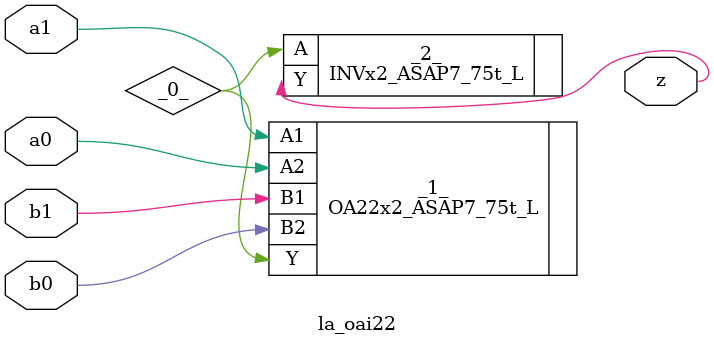
<source format=v>

/* Generated by Yosys 0.37 (git sha1 a5c7f69ed, clang 14.0.0-1ubuntu1.1 -fPIC -Os) */

module la_oai22(a0, a1, b0, b1, z);
  wire _0_;
  input a0;
  wire a0;
  input a1;
  wire a1;
  input b0;
  wire b0;
  input b1;
  wire b1;
  output z;
  wire z;
  OA22x2_ASAP7_75t_L _1_ (
    .A1(a1),
    .A2(a0),
    .B1(b1),
    .B2(b0),
    .Y(_0_)
  );
  INVx2_ASAP7_75t_L _2_ (
    .A(_0_),
    .Y(z)
  );
endmodule

</source>
